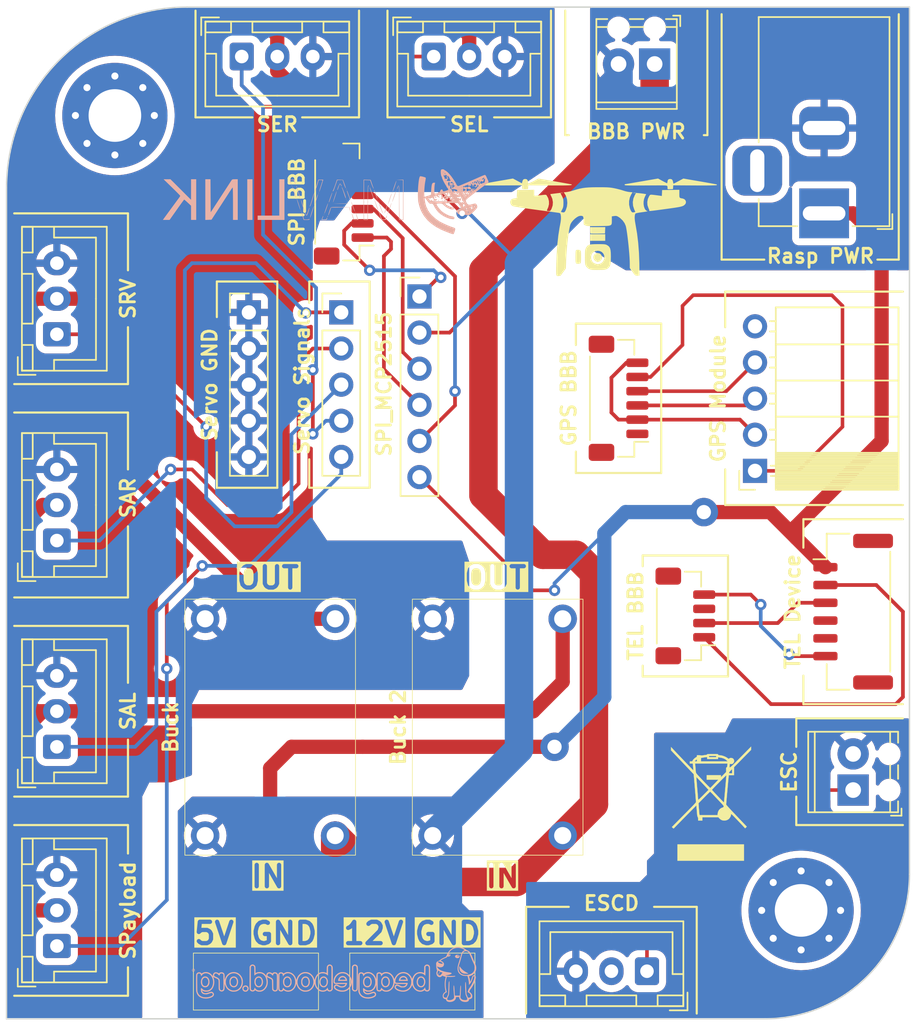
<source format=kicad_pcb>
(kicad_pcb (version 20221018) (generator pcbnew)
  (layers (0 "F.Cu" signal) (31 "B.Cu" signal) (34 "B.Paste" user) (35 "F.Paste" user) (36 "B.SilkS" user "B.Silkscreen") (37 "F.SilkS" user "F.Silkscreen") (38 "B.Mask" user) (39 "F.Mask" user) (44 "Edge.Cuts" user))
  (net 0 "")
  (net 1 "+5V")
  (net 2 "GND")
  (net 3 "+12V")
  (net 4 "SP")
  (net 5 "6V-2")
  (net 6 "GNDA")
  (net 7 "SEH")
  (net 8 "6V-1")
  (net 9 "SRV")
  (net 10 "SAR")
  (net 11 "SAL")
  (net 12 "TEL-TX")
  (net 13 "TEL-RX")
  (net 15 "GND2")
  (net 16 "GPS-VCC")
  (net 17 "GND1")
  (net 18 "GPS-TX")
  (net 19 "GPS-RX")
  (net 22 "ESC-SIG")
  (net 23 "ESC-GND")
  (net 27 "CS")
  (net 28 "SCK")
  (net 29 "MISO")
  (net 30 "MOSI")
  (footprint "Connector_JST:JST_XH_B3B-XH-A_1x03_P2.50mm_Vertical" (layer "F.Cu") (at 128 115.5 90)
    (fp_text reference "SAL" (at 2.5 5 90) (layer "F.SilkS" knockout) (effects (font (thickness 0.2) bold)))
    (fp_text value "Servo-Annulus-Left" hide)
    (pad "1" thru_hole roundrect (at 0 0 90) (size 1.7 1.95) (drill 0.95) (layers "*.Cu" "*.Mask") (roundrect_rratio 0.1470588235) (net 11 "SAL"))
    (pad "2" thru_hole oval (at 2.5 0 90) (size 1.7 1.95) (drill 0.95) (layers "*.Cu" "*.Mask") (net 5 "6V-2"))
    (pad "3" thru_hole oval (at 5 0 90) (size 1.7 1.95) (drill 0.95) (layers "*.Cu" "*.Mask") (net 6 "GNDA"))
  )
  (footprint "MountingHole:MountingHole_3.7mm_Pad_Via" (layer "F.Cu") (at 180.34 127)
    (fp_text reference "REF**" hide)
    (fp_text value "MountingHole_3.7mm_Pad_Via" hide)
    (pad "1" thru_hole circle (at -2.775 0) (size 0.8 0.8) (drill 0.5) (layers "*.Cu" "*.Mask"))
    (pad "1" thru_hole circle (at -1.962221 -1.962221) (size 0.8 0.8) (drill 0.5) (layers "*.Cu" "*.Mask"))
    (pad "1" thru_hole circle (at -1.962221 1.962221) (size 0.8 0.8) (drill 0.5) (layers "*.Cu" "*.Mask"))
    (pad "1" thru_hole circle (at 0 -2.775) (size 0.8 0.8) (drill 0.5) (layers "*.Cu" "*.Mask"))
    (pad "1" thru_hole circle (at 0 0) (size 7.4 7.4) (drill 3.7) (layers "*.Cu" "*.Mask"))
    (pad "1" thru_hole circle (at 0 2.775) (size 0.8 0.8) (drill 0.5) (layers "*.Cu" "*.Mask"))
    (pad "1" thru_hole circle (at 1.962221 -1.962221) (size 0.8 0.8) (drill 0.5) (layers "*.Cu" "*.Mask"))
    (pad "1" thru_hole circle (at 1.962221 1.962221) (size 0.8 0.8) (drill 0.5) (layers "*.Cu" "*.Mask"))
    (pad "1" thru_hole circle (at 2.775 0) (size 0.8 0.8) (drill 0.5) (layers "*.Cu" "*.Mask"))
  )
  (footprint "Connector_JST:JST_SH_BM06B-SRSS-TB_1x06-1MP_P1.00mm_Vertical" (layer "F.Cu") (at 167.5 91 90)
    (fp_text reference "GPS BBB" (at 0 -3.5 90) (layer "F.SilkS" knockout) (effects (font (thickness 0.2) bold)))
    (fp_text value "JST-SH 1mm GPS-BBB" hide)
    (pad "1" smd roundrect (at -2.5 1.325 90) (size 0.6 1.55) (layers "F.Cu" "F.Paste" "F.Mask"))
    (pad "2" smd roundrect (at -1.5 1.325 90) (size 0.6 1.55) (layers "F.Cu" "F.Paste" "F.Mask") (net 17 "GND1"))
    (pad "3" smd roundrect (at -0.5 1.325 90) (size 0.6 1.55) (layers "F.Cu" "F.Paste" "F.Mask") (net 18 "GPS-TX"))
    (pad "4" smd roundrect (at 0.5 1.325 90) (size 0.6 1.55) (layers "F.Cu" "F.Paste" "F.Mask") (net 19 "GPS-RX"))
    (pad "5" smd roundrect (at 1.5 1.325 90) (size 0.6 1.55) (layers "F.Cu" "F.Paste" "F.Mask") (net 16 "GPS-VCC"))
    (pad "6" smd roundrect (at 2.5 1.325 90) (size 0.6 1.55) (layers "F.Cu" "F.Paste" "F.Mask") (net 17 "GND1"))
    (pad "MP" smd roundrect (at -3.8 -1.2 90) (size 1.2 1.8) (layers "F.Cu" "F.Paste" "F.Mask") (roundrect_rratio 0.2083333333))
    (pad "MP" smd roundrect (at 3.8 -1.2 90) (size 1.2 1.8) (layers "F.Cu" "F.Paste" "F.Mask") (roundrect_rratio 0.2083333333))
  )
  (footprint "Buck_Converter:mini_360" (layer "F.Cu") (at 143 114.12 90)
    (fp_text reference "Buck" (at 0 -7 90 unlocked) (layer "F.SilkS" knockout) (effects (font (thickness 0.2) bold)))
    (fp_text value "~" hide)
    (pad "1" thru_hole circle (at -7.62 4.572 90) (size 2 2) (drill 1.2) (layers "*.Cu" "*.Mask") (net 3 "+12V"))
    (pad "2" thru_hole circle (at -7.62 -4.572 90) (size 2 2) (drill 1.2) (layers "*.Cu" "*.Mask") (net 2 "GND"))
    (pad "3" thru_hole circle (at 7.62 4.572 90) (size 2 2) (drill 1.2) (layers "*.Cu" "*.Mask") (net 8 "6V-1"))
    (pad "4" thru_hole circle (at 7.62 -4.572 90) (size 2 2) (drill 1.2) (layers "*.Cu" "*.Mask") (net 6 "GNDA"))
  )
  (footprint "UAV:UAV" (layer "F.Cu") (at 166 79)
    (fp_text reference "G***" hide)
    (fp_text value "LOGO" hide)
  )
  (footprint "Connector_PinHeader_2.54mm:PinHeader_1x06_P2.54mm_Vertical" (layer "F.Cu") (at 153.5 83.84)
    (fp_text reference "SPI_MCP2515" (at -2.5 6.16 90) (layer "F.SilkS" knockout) (effects (font (thickness 0.2) bold)))
    (fp_text value "SPI_MCP2515" hide)
    (pad "1" thru_hole rect (at 0 0) (size 1.7 1.7) (drill 1) (layers "*.Cu" "*.Mask") (net 28 "SCK"))
    (pad "2" thru_hole oval (at 0 2.54) (size 1.7 1.7) (drill 1) (layers "*.Cu" "*.Mask") (net 30 "MOSI"))
    (pad "3" thru_hole oval (at 0 5.08) (size 1.7 1.7) (drill 1) (layers "*.Cu" "*.Mask") (net 29 "MISO"))
    (pad "4" thru_hole oval (at 0 7.62) (size 1.7 1.7) (drill 1) (layers "*.Cu" "*.Mask") (net 27 "CS"))
    (pad "5" thru_hole oval (at 0 10.16) (size 1.7 1.7) (drill 1) (layers "*.Cu" "*.Mask") (net 2 "GND"))
    (pad "6" thru_hole oval (at 0 12.7) (size 1.7 1.7) (drill 1) (layers "*.Cu" "*.Mask") (net 1 "+5V"))
  )
  (footprint "Connector_JST:JST_XH_B3B-XH-A_1x03_P2.50mm_Vertical" (layer "F.Cu") (at 154.5 66.975)
    (fp_text reference "SEL" (at 2.5 4.775) (layer "F.SilkS" knockout) (effects (font (thickness 0.2) bold)))
    (fp_text value "Servo-Elevator-Left" hide)
    (pad "1" thru_hole roundrect (at 0 0) (size 1.7 1.95) (drill 0.95) (layers "*.Cu" "*.Mask") (roundrect_rratio 0.1470588235) (net 7 "SEH"))
    (pad "2" thru_hole oval (at 2.5 0) (size 1.7 1.95) (drill 0.95) (layers "*.Cu" "*.Mask") (net 8 "6V-1"))
    (pad "3" thru_hole oval (at 5 0) (size 1.7 1.95) (drill 0.95) (layers "*.Cu" "*.Mask") (net 6 "GNDA"))
  )
  (footprint "TerminalBlock_Phoenix:TerminalBlock_Phoenix_MPT-0,5-2-2.54_1x02_P2.54mm_Horizontal" (layer "F.Cu") (at 170.04 67.5 180)
    (fp_text reference "BBB PWR" (at 1.29 -4.75 180) (layer "F.SilkS" knockout) (effects (font (thickness 0.2) bold)))
    (fp_text value "Beagle PWR" hide)
    (pad "" np_thru_hole circle (at 0 2.54 180) (size 1.1 1.1) (drill 1.1) (layers "*.Cu" "*.Mask"))
    (pad "" np_thru_hole circle (at 2.54 2.54 180) (size 1.1 1.1) (drill 1.1) (layers "*.Cu" "*.Mask"))
    (pad "1" thru_hole rect (at 0 0 180) (size 2.2 2.2) (drill 1.1) (layers "*.Cu" "*.Mask") (net 3 "+12V"))
    (pad "2" thru_hole circle (at 2.54 0 180) (size 2.2 2.2) (drill 1.1) (layers "*.Cu" "*.Mask") (net 2 "GND"))
  )
  (footprint "Connector_PinSocket_2.54mm:PinSocket_1x05_P2.54mm_Horizontal" (layer "F.Cu") (at 177.1 96.1 180)
    (fp_text reference "GPS Module" (at 2.6 5.1 90) (layer "F.SilkS" knockout) (effects (font (thickness 0.2) bold)))
    (fp_text value "JST 2.5mm GPS Module" hide)
    (pad "1" thru_hole rect (at 0 0 180) (size 1.7 1.7) (drill 1) (layers "*.Cu" "*.Mask") (net 16 "GPS-VCC"))
    (pad "2" thru_hole oval (at 0 2.54 180) (size 1.7 1.7) (drill 1) (layers "*.Cu" "*.Mask") (net 17 "GND1"))
    (pad "3" thru_hole oval (at 0 5.08 180) (size 1.7 1.7) (drill 1) (layers "*.Cu" "*.Mask") (net 18 "GPS-TX"))
    (pad "4" thru_hole oval (at 0 7.62 180) (size 1.7 1.7) (drill 1) (layers "*.Cu" "*.Mask") (net 19 "GPS-RX"))
    (pad "5" thru_hole oval (at 0 10.16 180) (size 1.7 1.7) (drill 1) (layers "*.Cu" "*.Mask"))
  )
  (footprint "Connector_JST:JST_SH_BM06B-SRSS-TB_1x06-1MP_P1.00mm_Vertical" (layer "F.Cu") (at 148.175 77.2 90)
    (fp_text reference "SPI_BBB" (at 0 -3.3 90) (layer "F.SilkS" knockout) (effects (font (thickness 0.2) bold)))
    (fp_text value "SPI_BBB" hide)
    (pad "1" smd roundrect (at -2.5 1.325 90) (size 0.6 1.55) (layers "F.Cu" "F.Paste" "F.Mask") (net 27 "CS"))
    (pad "2" smd roundrect (at -1.5 1.325 90) (size 0.6 1.55) (layers "F.Cu" "F.Paste" "F.Mask") (net 28 "SCK"))
    (pad "3" smd roundrect (at -0.5 1.325 90) (size 0.6 1.55) (layers "F.Cu" "F.Paste" "F.Mask") (net 29 "MISO"))
    (pad "4" smd roundrect (at 0.5 1.325 90) (size 0.6 1.55) (layers "F.Cu" "F.Paste" "F.Mask") (net 30 "MOSI"))
    (pad "5" smd roundrect (at 1.5 1.325 90) (size 0.6 1.55) (layers "F.Cu" "F.Paste" "F.Mask"))
    (pad "6" smd roundrect (at 2.5 1.325 90) (size 0.6 1.55) (layers "F.Cu" "F.Paste" "F.Mask") (net 2 "GND"))
    (pad "MP" smd roundrect (at -3.8 -1.2 90) (size 1.2 1.8) (layers "F.Cu" "F.Paste" "F.Mask") (roundrect_rratio 0.2083333333))
    (pad "MP" smd roundrect (at 3.8 -1.2 90) (size 1.2 1.8) (layers "F.Cu" "F.Paste" "F.Mask") (roundrect_rratio 0.2083333333))
  )
  (footprint "Symbol:WEEE-Logo_5.6x8mm_SilkScreen" (layer "F.Cu") (at 174 119.5)
    (fp_text reference "REF**" hide)
    (fp_text value "WEEE-Logo_5.6x8mm_SilkScreen" hide)
  )
  (footprint "MountingHole:MountingHole_3.7mm_Pad_Via" (layer "F.Cu") (at 132.08 71.12)
    (fp_text reference "REF**" hide)
    (fp_text value "MountingHole_3.7mm_Pad_Via" hide)
    (pad "1" thru_hole circle (at -2.775 0) (size 0.8 0.8) (drill 0.5) (layers "*.Cu" "*.Mask"))
    (pad "1" thru_hole circle (at -1.962221 -1.962221) (size 0.8 0.8) (drill 0.5) (layers "*.Cu" "*.Mask"))
    (pad "1" thru_hole circle (at -1.962221 1.962221) (size 0.8 0.8) (drill 0.5) (layers "*.Cu" "*.Mask"))
    (pad "1" thru_hole circle (at 0 -2.775) (size 0.8 0.8) (drill 0.5) (layers "*.Cu" "*.Mask"))
    (pad "1" thru_hole circle (at 0 0) (size 7.4 7.4) (drill 3.7) (layers "*.Cu" "*.Mask"))
    (pad "1" thru_hole circle (at 0 2.775) (size 0.8 0.8) (drill 0.5) (layers "*.Cu" "*.Mask"))
    (pad "1" thru_hole circle (at 1.962221 -1.962221) (size 0.8 0.8) (drill 0.5) (layers "*.Cu" "*.Mask"))
    (pad "1" thru_hole circle (at 1.962221 1.962221) (size 0.8 0.8) (drill 0.5) (layers "*.Cu" "*.Mask"))
    (pad "1" thru_hole circle (at 2.775 0) (size 0.8 0.8) (drill 0.5) (layers "*.Cu" "*.Mask"))
  )
  (footprint "Connector_JST:JST_GH_BM06B-GHS-TBT_1x06-1MP_P1.25mm_Vertical" (layer "F.Cu") (at 184 106 -90)
    (fp_text reference "TEL Device" (at 0 4.25 90) (layer "F.SilkS" knockout) (effects (font (thickness 0.2) bold)))
    (fp_text value "TEL-Device" hide)
    (pad "1" smd roundrect (at -3.125 1.95 270) (size 0.6 1.7) (layers "F.Cu" "F.Paste" "F.Mask") (net 1 "+5V"))
    (pad "2" smd roundrect (at -1.875 1.95 270) (size 0.6 1.7) (layers "F.Cu" "F.Paste" "F.Mask") (net 12 "TEL-TX"))
    (pad "3" smd roundrect (at -0.625 1.95 270) (size 0.6 1.7) (layers "F.Cu" "F.Paste" "F.Mask") (net 13 "TEL-RX"))
    (pad "4" smd roundrect (at 0.625 1.95 270) (size 0.6 1.7) (layers "F.Cu" "F.Paste" "F.Mask"))
    (pad "5" smd roundrect (at 1.875 1.95 270) (size 0.6 1.7) (layers "F.Cu" "F.Paste" "F.Mask"))
    (pad "6" smd roundrect (at 3.125 1.95 270) (size 0.6 1.7) (layers "F.Cu" "F.Paste" "F.Mask") (net 15 "GND2"))
    (pad "MP" smd roundrect (at -4.975 -1.4 270) (size 1 2.8) (layers "F.Cu" "F.Paste" "F.Mask"))
    (pad "MP" smd roundrect (at 4.975 -1.4 270) (size 1 2.8) (layers "F.Cu" "F.Paste" "F.Mask"))
  )
  (footprint "Connector_BarrelJack:BarrelJack_Horizontal" (layer "F.Cu") (at 181.9575 78 -90)
    (fp_text reference "Rasp PWR" (at 3 0.25) (layer "F.SilkS" knockout) (effects (font (thickness 0.2) bold)))
    (fp_text value "Raspberry PWR" hide)
    (pad "1" thru_hole rect (at 0 0 270) (size 3.5 3.5) (drill oval 1 3) (layers "*.Cu" "*.Mask") (net 1 "+5V"))
    (pad "2" thru_hole roundrect (at -6 0 270) (size 3 3.5) (drill oval 1 3) (layers "*.Cu" "*.Mask") (net 2 "GND"))
    (pad "3" thru_hole roundrect (at -3 4.7 270) (size 3.5 3.5) (drill oval 3 1) (layers "*.Cu" "*.Mask"))
  )
  (footprint "Connector_JST:JST_XH_B3B-XH-A_1x03_P2.50mm_Vertical" (layer "F.Cu") (at 169.5 131.275 180)
    (fp_text reference "ESCD" (at 2.5 4.775) (layer "F.SilkS" knockout) (effects (font (thickness 0.2) bold)))
    (fp_text value "ESC-Device" hide)
    (pad "1" thru_hole roundrect (at 0 0 180) (size 1.7 1.95) (drill 0.95) (layers "*.Cu" "*.Mask") (roundrect_rratio 0.1470588235) (net 22 "ESC-SIG"))
    (pad "2" thru_hole oval (at 2.5 0 180) (size 1.7 1.95) (drill 0.95) (layers "*.Cu" "*.Mask"))
    (pad "3" thru_hole oval (at 5 0 180) (size 1.7 1.95) (drill 0.95) (layers "*.Cu" "*.Mask") (net 23 "ESC-GND"))
  )
  (footprint "TerminalBlock_Phoenix:TerminalBlock_Phoenix_MPT-0,5-2-2.54_1x02_P2.54mm_Horizontal" (layer "F.Cu") (at 184 118.54 90)
    (fp_text reference "ESC" (at 1.27 -4.5 90) (layer "F.SilkS" knockout) (effects (font (thickness 0.2) bold)))
    (fp_text value "STM32-ESC-SIGNAL" hide)
    (pad "" np_thru_hole circle (at 0 2.54 90) (size 1.1 1.1) (drill 1.1) (layers "*.Cu" "*.Mask"))
    (pad "" np_thru_hole circle (at 2.54 2.54 90) (size 1.1 1.1) (drill 1.1) (layers "*.Cu" "*.Mask"))
    (pad "1" thru_hole rect (at 0 0 90) (size 2.2 2.2) (drill 1.1) (layers "*.Cu" "*.Mask") (net 22 "ESC-SIG"))
    (pad "2" thru_hole circle (at 2.54 0 90) (size 2.2 2.2) (drill 1.1) (layers "*.Cu" "*.Mask") (net 23 "ESC-GND"))
  )
  (footprint "Connector_PinHeader_2.54mm:PinHeader_1x05_P2.54mm_Vertical" (layer "F.Cu") (at 141.5 84.96)
    (fp_text reference "Servo GND" (at -2.75 5.08 90) (layer "F.SilkS" knockout) (effects (font (thickness 0.2) bold)))
    (fp_text value "Servo-GND-IN" hide)
    (pad "1" thru_hole rect (at 0 0) (size 1.7 1.7) (drill 1) (layers "*.Cu" "*.Mask") (net 6 "GNDA"))
    (pad "2" thru_hole oval (at 0 2.54) (size 1.7 1.7) (drill 1) (layers "*.Cu" "*.Mask") (net 6 "GNDA"))
    (pad "3" thru_hole oval (at 0 5.08) (size 1.7 1.7) (drill 1) (layers "*.Cu" "*.Mask") (net 6 "GNDA"))
    (pad "4" thru_hole oval (at 0 7.62) (size 1.7 1.7) (drill 1) (layers "*.Cu" "*.Mask") (net 6 "GNDA"))
    (pad "5" thru_hole oval (at 0 10.16) (size 1.7 1.7) (drill 1) (layers "*.Cu" "*.Mask") (net 6 "GNDA"))
  )
  (footprint "PWR:PWR_Pad" (layer "F.Cu") (at 153 132)
    (fp_text reference "J4" hide)
    (fp_text value "+12V Input" hide)
    (pad "1" smd roundrect (at -2.54 0) (size 3 3) (layers "F.Cu" "F.Paste" "F.Mask") (net 3 "+12V"))
    (pad "2" smd roundrect (at 2.54 0) (size 3 3) (layers "F.Cu" "F.Paste" "F.Mask") (net 2 "GND"))
  )
  (footprint "PWR:PWR_Pad" (layer "F.Cu") (at 142 132)
    (fp_text reference "J3" hide)
    (fp_text value "+5V Input" hide)
    (pad "1" smd roundrect (at -2.54 0) (size 3 3) (layers "F.Cu" "F.Paste" "F.Mask") (net 1 "+5V"))
    (pad "2" smd roundrect (at 2.54 0) (size 3 3) (layers "F.Cu" "F.Paste" "F.Mask") (net 2 "GND"))
  )
  (footprint "Connector_JST:JST_SH_BM04B-SRSS-TB_1x04-1MP_P1.00mm_Vertical" (layer "F.Cu") (at 172.2 106.3 90)
    (fp_text reference "TEL BBB" (at 0 -3.5 90) (layer "F.SilkS" knockout) (effects (font (thickness 0.2) bold)))
    (fp_text value "TEL-BBB JST-SH 1mm" hide)
    (pad "1" smd roundrect (at -1.5 1.325 90) (size 0.6 1.55) (layers "F.Cu" "F.Paste" "F.Mask") (net 12 "TEL-TX"))
    (pad "2" smd roundrect (at -0.5 1.325 90) (size 0.6 1.55) (layers "F.Cu" "F.Paste" "F.Mask") (net 13 "TEL-RX"))
    (pad "3" smd roundrect (at 0.5 1.325 90) (size 0.6 1.55) (layers "F.Cu" "F.Paste" "F.Mask"))
    (pad "4" smd roundrect (at 1.5 1.325 90) (size 0.6 1.55) (layers "F.Cu" "F.Paste" "F.Mask") (net 15 "GND2"))
    (pad "MP" smd roundrect (at -2.8 -1.2 90) (size 1.2 1.8) (layers "F.Cu" "F.Paste" "F.Mask") (roundrect_rratio 0.2083333333))
    (pad "MP" smd roundrect (at 2.8 -1.2 90) (size 1.2 1.8) (layers "F.Cu" "F.Paste" "F.Mask") (roundrect_rratio 0.2083333333))
  )
  (footprint "Connector_JST:JST_XH_B3B-XH-A_1x03_P2.50mm_Vertical" (layer "F.Cu") (at 128 101 90)
    (fp_text reference "SAR" (at 3 5 90) (layer "F.SilkS" knockout) (effects (font (thickness 0.2) bold)))
    (fp_text value "Servo-Annulus-Right" hide)
    (pad "1" thru_hole roundrect (at 0 0 90) (size 1.7 1.95) (drill 0.95) (layers "*.Cu" "*.Mask") (roundrect_rratio 0.1470588235) (net 10 "SAR"))
    (pad "2" thru_hole oval (at 2.5 0 90) (size 1.7 1.95) (drill 0.95) (layers "*.Cu" "*.Mask") (net 5 "6V-2"))
    (pad "3" thru_hole oval (at 5 0 90) (size 1.7 1.95) (drill 0.95) (layers "*.Cu" "*.Mask") (net 6 "GNDA"))
  )
  (footprint "Connector_JST:JST_XH_B3B-XH-A_1x03_P2.50mm_Vertical" (layer "F.Cu") (at 128 129.5 90)
    (fp_text reference "SPayload" (at 2.5 5 90) (layer "F.SilkS" knockout) (effects (font (thickness 0.2) bold)))
    (fp_text value "Servo-Payload" hide)
    (pad "1" thru_hole roundrect (at 0 0 90) (size 1.7 1.95) (drill 0.95) (layers "*.Cu" "*.Mask") (roundrect_rratio 0.1470588235) (net 4 "SP"))
    (pad "2" thru_hole oval (at 2.5 0 90) (size 1.7 1.95) (drill 0.95) (layers "*.Cu" "*.Mask") (net 5 "6V-2"))
    (pad "3" thru_hole oval (at 5 0 90) (size 1.7 1.95) (drill 0.95) (layers "*.Cu" "*.Mask") (net 6 "GNDA"))
  )
  (footprint "Buck_Converter:mini_360" (layer "F.Cu") (at 159 114.12 90)
    (fp_text reference "Buck 2" (at 0 -7 90 unlocked) (layer "F.SilkS" knockout) (effects (font (thickness 0.2) bold)))
    (fp_text value "~" hide)
    (pad "1" thru_hole circle (at -7.62 4.572 90) (size 2 2) (drill 1.2) (layers "*.Cu" "*.Mask") (net 3 "+12V"))
    (pad "2" thru_hole circle (at -7.62 -4.572 90) (size 2 2) (drill 1.2) (layers "*.Cu" "*.Mask") (net 2 "GND"))
    (pad "3" thru_hole circle (at 7.62 4.572 90) (size 2 2) (drill 1.2) (layers "*.Cu" "*.Mask") (net 5 "6V-2"))
    (pad "4" thru_hole circle (at 7.62 -4.572 90) (size 2 2) (drill 1.2) (layers "*.Cu" "*.Mask") (net 6 "GNDA"))
  )
  (footprint "Connector_JST:JST_XH_B3B-XH-A_1x03_P2.50mm_Vertical" (layer "F.Cu") (at 141 66.975)
    (fp_text reference "SER" (at 2.5 4.775) (layer "F.SilkS" knockout) (effects (font (thickness 0.2) bold)))
    (fp_text value "Servo-Elevator-Right" hide)
    (pad "1" thru_hole roundrect (at 0 0) (size 1.7 1.95) (drill 0.95) (layers "*.Cu" "*.Mask") (roundrect_rratio 0.1470588235) (net 7 "SEH"))
    (pad "2" thru_hole oval (at 2.5 0) (size 1.7 1.95) (drill 0.95) (layers "*.Cu" "*.Mask") (net 8 "6V-1"))
    (pad "3" thru_hole oval (at 5 0) (size 1.7 1.95) (drill 0.95) (layers "*.Cu" "*.Mask") (net 6 "GNDA"))
  )
  (footprint "Connector_JST:JST_XH_B3B-XH-A_1x03_P2.50mm_Vertical" (layer "F.Cu") (at 128 86.5 90)
    (fp_text reference "SRV" (at 2.5 5 90) (layer "F.SilkS" knockout) (effects (font (thickness 0.2) bold)))
    (fp_text value "Servo-Rudder-Vertical" hide)
    (pad "1" thru_hole roundrect (at 0 0 90) (size 1.7 1.95) (drill 0.95) (layers "*.Cu" "*.Mask") (roundrect_rratio 0.1470588235) (net 9 "SRV"))
    (pad "2" thru_hole oval (at 2.5 0 90) (size 1.7 1.95) (drill 0.95) (layers "*.Cu" "*.Mask") (net 8 "6V-1"))
    (pad "3" thru_hole oval (at 5 0 90) (size 1.7 1.95) (drill 0.95) (layers "*.Cu" "*.Mask") (net 6 "GNDA"))
  )
  (footprint "Connector_PinHeader_2.54mm:PinHeader_1x05_P2.54mm_Vertical" (layer "F.Cu") (at 148 84.96)
    (fp_text reference "Servo Signals" (at -2.75 4.83 90) (layer "F.SilkS" knockout) (effects (font (thickness 0.2) bold)))
    (fp_text value "Servo-Signals-IN" hide)
    (pad "1" thru_hole rect (at 0 0) (size 1.7 1.7) (drill 1) (layers "*.Cu" "*.Mask") (net 11 "SAL"))
    (pad "2" thru_hole oval (at 0 2.54) (size 1.7 1.7) (drill 1) (layers "*.Cu" "*.Mask") (net 10 "SAR"))
    (pad "3" thru_hole oval (at 0 5.08) (size 1.7 1.7) (drill 1) (layers "*.Cu" "*.Mask") (net 9 "SRV"))
    (pad "4" thru_hole oval (at 0 7.62) (size 1.7 1.7) (drill 1) (layers "*.Cu" "*.Mask") (net 7 "SEH"))
    (pad "5" thru_hole oval (at 0 10.16) (size 1.7 1.7) (drill 1) (layers "*.Cu" "*.Mask") (net 4 "SP"))
  )
  (footprint "UAV:BBB" (layer "B.Cu") (at 147.5 131.5 180)
    (fp_text reference "G***" hide)
    (fp_text value "LOGO" hide)
  )
  (footprint "UAV:Mavlink" (layer "B.Cu") (at 146.5 77 180)
    (fp_text reference "G***" hide)
    (fp_text value "LOGO" hide)
  )
  (gr_line (start 133 115) (end 133 119) (stroke (width 0.15)) (layer "F.SilkS"))
  (gr_line (start 137.75 71.25) (end 137.75 63.75) (stroke (width 0.15)) (layer "F.SilkS"))
  (gr_line (start 133 131) (end 133 133) (stroke (width 0.15)) (layer "F.SilkS"))
  (gr_line (start 177.75 81.25) (end 174.75 81.25) (stroke (width 0.15)) (layer "F.SilkS"))
  (gr_line (start 162.75 71.25) (end 162.75 63.75) (stroke (width 0.15)) (layer "F.SilkS"))
  (gr_line (start 133 86) (end 133 90) (stroke (width 0.15)) (layer "F.SilkS"))
  (gr_line (start 175 83.5) (end 187.5 83.5) (stroke (width 0.15)) (layer "F.SilkS"))
  (gr_line (start 187.5 121) (end 180 121) (stroke (width 0.15)) (layer "F.SilkS"))
  (gr_line (start 139.25 97.29) (end 143.5 97.29) (stroke (width 0.15)) (layer "F.SilkS"))
  (gr_line (start 170.5 96.25) (end 170.5 85.75) (stroke (width 0.15)) (layer "F.SilkS"))
  (gr_line (start 169.2 110.55) (end 175.2 110.55) (stroke (width 0.15)) (layer "F.SilkS"))
  (gr_line (start 170 126.75) (end 173 126.75) (stroke (width 0.15)) (layer "F.SilkS"))
  (gr_line (start 187.5 112.5) (end 180.5 112.5) (stroke (width 0.15)) (layer "F.SilkS"))
  (gr_line (start 145.25 71.25) (end 149.25 71.25) (stroke (width 0.15)) (layer "F.SilkS"))
  (gr_line (start 145.75 82.79) (end 145.75 84.29) (stroke (width 0.15)) (layer "F.SilkS"))
  (gr_line (start 164.5 94.75) (end 164.5 96.25) (stroke (width 0.15)) (layer "F.SilkS"))
  (gr_line (start 133 78) (end 133 82) (stroke (width 0.15)) (layer "F.SilkS"))
  (gr_line (start 133 107) (end 133 111) (stroke (width 0.15)) (layer "F.SilkS"))
  (gr_line (start 125 121) (end 133 121) (stroke (width 0.15)) (layer "F.SilkS"))
  (gr_line (start 133 105) (end 125 105) (stroke (width 0.15)) (layer "F.SilkS"))
  (gr_line (start 158.75 71.25) (end 162.75 71.25) (stroke (width 0.15)) (layer "F.SilkS"))
  (gr_line (start 151.25 71.25) (end 155.25 71.25) (stroke (width 0.15)) (layer "F.SilkS"))
  (gr_line (start 150 97.29) (end 150 82.79) (stroke (width 0.15)) (layer "F.SilkS"))
  (gr_line (start 133 119) (end 125 119) (stroke (width 0.15)) (layer "F.SilkS"))
  (gr_line (start 180.5 112.5) (end 180.5 110.5) (stroke (width 0.15)) (layer "F.SilkS"))
  (gr_line (start 180.5 99.5) (end 187.5 99.5) (stroke (width 0.15)) (layer "F.SilkS"))
  (gr_line (start 175.2 110.55) (end 175.2 102.05) (stroke (width 0.15)) (layer "F.SilkS"))
  (gr_line (start 145.75 97.29) (end 150 97.29) (stroke (width 0.15)) (layer "F.SilkS"))
  (gr_line (start 174.75 81.25) (end 174.75 64) (stroke (width 0.15)) (layer "F.SilkS"))
  (gr_line (start 139.25 82.79) (end 139.25 85.29) (stroke (width 0.15)) (layer "F.SilkS"))
  (gr_line (start 161 126.75) (end 161 134.25) (stroke (width 0.15)) (layer "F.SilkS"))
  (gr_line (start 133 90) (end 125 90) (stroke (width 0.15)) (layer "F.SilkS"))
  (gr_line (start 180 121) (end 180 119) (stroke (width 0.15)) (layer "F.SilkS"))
  (gr_line (start 133 121) (end 133 123) (stroke (width 0.15)) (layer "F.SilkS"))
  (gr_line (start 173 126.75) (end 173 134.25) (stroke (width 0.15)) (layer "F.SilkS"))
  (gr_line (start 180 113.5) (end 187.5 113.5) (stroke (width 0.15)) (layer "F.SilkS"))
  (gr_line (start 133 100) (end 133 105) (stroke (width 0.15)) (layer "F.SilkS"))
  (gr_line (start 125 78) (end 133 78) (stroke (width 0.15)) (layer "F.SilkS"))
  (gr_line (start 173.5 72.5) (end 173.75 72.5) (stroke (width 0.15)) (layer "F.SilkS"))
  (gr_line (start 125 92) (end 133 92) (stroke (width 0.15)) (layer "F.SilkS"))
  (gr_line (start 139.25 94.79) (end 139.25 97.29) (stroke (width 0.15)) (layer "F.SilkS"))
  (gr_line (start 180.5 101.5) (end 180.5 99.5) (stroke (width 0.15)) (layer "F.SilkS"))
  (gr_line (start 145.75 95.29) (end 145.75 97.29) (stroke (width 0.15)) (layer "F.SilkS"))
  (gr_line (start 185.7075 81.25) (end 187.2075 81.25) (stroke (width 0.15)) (layer "F.SilkS"))
  (gr_line (start 175.2 102.05) (end 169.2 102.05) (stroke (width 0.15)) (layer "F.SilkS"))
  (gr_line (start 170.5 85.75) (end 164.5 85.75) (stroke (width 0.15)) (layer "F.SilkS"))
  (gr_line (start 175 98.5) (end 175 96) (stroke (width 0.15)) (layer "F.SilkS"))
  (gr_line (start 164 72.5) (end 163.75 72.5) (stroke (width 0.15)) (layer "F.SilkS"))
  (gr_line (start 163.75 72.5) (end 163.75 63.75) (stroke (width 0.15)) (layer "F.SilkS"))
  (gr_line (start 187.5 98.5) (end 175 98.5) (stroke (width 0.15)) (layer "F.SilkS"))
  (gr_line (start 187.2075 81.25) (end 187.2075 64) (stroke (width 0.15)) (layer "F.SilkS"))
  (gr_line (start 150 82.79) (end 145.75 82.79) (stroke (width 0.15)) (layer "F.SilkS"))
  (gr_line (start 164 126.75) (end 161 126.75) (stroke (width 0.15)) (layer "F.SilkS"))
  (gr_line (start 125 107) (end 133 107) (stroke (width 0.15)) (layer "F.SilkS"))
  (gr_line (start 175 86) (end 175 83.5) (stroke (width 0.15)) (layer "F.SilkS"))
  (gr_line (start 149.25 71.25) (end 149.25 63.75) (stroke (width 0.15)) (layer "F.SilkS"))
  (gr_line (start 164.5 85.75) (end 164.5 87.25) (stroke (width 0.15)) (layer "F.SilkS"))
  (gr_line (start 173.75 72.5) (end 173.75 63.75) (stroke (width 0.15)) (layer "F.SilkS"))
  (gr_line (start 164.5 96.25) (end 170.5 96.25) (stroke (width 0.15)) (layer "F.SilkS"))
  (gr_line (start 143.5 97.29) (end 143.5 82.79) (stroke (width 0.15)) (layer "F.SilkS"))
  (gr_line (start 143.5 82.79) (end 139.25 82.79) (stroke (width 0.15)) (layer "F.SilkS"))
  (gr_line (start 141.75 71.25) (end 137.75 71.25) (stroke (width 0.15)) (layer "F.SilkS"))
  (gr_line (start 133 92) (end 133 96) (stroke (width 0.15)) (layer "F.SilkS"))
  (gr_line (start 180 115.5) (end 180 113.5) (stroke (width 0.15)) (layer "F.SilkS"))
  (gr_line (start 133 133) (end 125 133) (stroke (width 0.15)) (layer "F.SilkS"))
  (gr_line (start 151.25 63.75) (end 151.25 71.25) (stroke (width 0.15)) (layer "F.SilkS"))
  (gr_line (start 169.2 109.8) (end 169.2 110.55) (stroke (width 0.15)) (layer "F.SilkS"))
  (gr_line (start 169.2 102.05) (end 169.2 102.8) (stroke (width 0.15)) (layer "F.SilkS"))
  (gr_arc (start 124.46 76.2) (mid 128.179744 67.219744) (end 137.16 63.5) (stroke (width 0.1)) (layer "Edge.Cuts"))
  (gr_line (start 187.96 63.5) (end 137.16 63.5) (stroke (width 0.1)) (layer "Edge.Cuts"))
  (gr_line (start 124.46 76.2) (end 124.46 134.62) (stroke (width 0.1)) (layer "Edge.Cuts"))
  (gr_arc (start 187.96 124.46) (mid 184.984205 131.644205) (end 177.8 134.62) (stroke (width 0.1)) (layer "Edge.Cuts"))
  (gr_line (start 187.96 124.46) (end 187.96 63.5) (stroke (width 0.1)) (layer "Edge.Cuts"))
  (gr_line (start 124.46 134.62) (end 177.8 134.62) (stroke (width 0.1)) (layer "Edge.Cuts"))
  (gr_text "GND" (at 141.5 129.5) (layer "F.SilkS" knockout) (effects (font (size 1.5 1.5) (thickness 0.3) bold) (justify left bottom)))
  (gr_text "IN" (at 158 125.5) (layer "F.SilkS" knockout) (effects (font (size 1.5 1.5) (thickness 0.3) bold) (justify left bottom)))
  (gr_text "OUT" (at 156.5 104.5) (layer "F.SilkS" knockout) (effects (font (size 1.5 1.5) (thickness 0.3) bold) (justify left bottom)))
  (gr_text "GND" (at 153 129.5) (layer "F.SilkS" knockout) (effects (font (size 1.5 1.5) (thickness 0.3) bold) (justify left bottom)))
  (gr_text "12V" (at 148 129.5) (layer "F.SilkS" knockout) (effects (font (size 1.5 1.5) (thickness 0.3) bold) (justify left bottom)))
  (gr_text "OUT" (at 140.5 104.5) (layer "F.SilkS" knockout) (effects (font (size 1.5 1.5) (thickness 0.3) bold) (justify left bottom)))
  (gr_text "IN" (at 141.5 125.5) (layer "F.SilkS" knockout) (effects (font (size 1.5 1.5) (thickness 0.3) bold) (justify left bottom)))
  (gr_text "5V" (at 137.5 129.5) (layer "F.SilkS" knockout) (effects (font (size 1.5 1.5) (thickness 0.3) bold) (justify left bottom)))
  (segment (start 149.5 115.5) (end 163 115.5) (width 1) (layer "F.Cu") (net 1))
  (segment (start 153.5 96.54) (end 157.48 100.52) (width 0.26) (layer "F.Cu") (net 1))
  (segment (start 180 100) (end 186 94) (width 1) (layer "F.Cu") (net 1))
  (segment (start 143 117) (end 144.5 115.5) (width 1) (layer "F.Cu") (net 1))
  (segment (start 144.5 115.5) (end 149.5 115.5) (width 1) (layer "F.Cu") (net 1))
  (segment (start 186 92.5) (end 186 80) (width 1) (layer "F.Cu") (net 1))
  (segment (start 139.46 132) (end 143 128.46) (width 1) (layer "F.Cu") (net 1))
  (segment (start 180 100.825) (end 180 100) (width 1) (layer "F.Cu") (net 1))
  (segment (start 143 128.46) (end 143 117) (width 1) (layer "F.Cu") (net 1))
  (segment (start 178.175 99) (end 180 100.825) (width 1) (layer "F.Cu") (net 1))
  (segment (start 186 94) (end 186 92.5) (width 1) (layer "F.Cu") (net 1))
  (segment (start 184 78) (end 181.9575 78) (width 1) (layer "F.Cu") (net 1))
  (segment (start 161.46 104.5) (end 163 104.5) (width 0.26) (layer "F.Cu") (net 1))
  (segment (start 157.48 100.52) (end 161.46 104.5) (width 0.26) (layer "F.Cu") (net 1))
  (segment (start 173.5 99) (end 178.175 99) (width 1) (layer "F.Cu") (net 1))
  (segment (start 182.05 102.875) (end 180 100.825) (width 1) (layer "F.Cu") (net 1))
  (segment (start 186 80) (end 184 78) (width 1) (layer "F.Cu") (net 1))
  (via (at 163 104.5) (size 0.8) (drill 0.4) (layers "F.Cu" "B.Cu") (net 1))
  (via (at 163 115.5) (size 2) (drill 1) (layers "F.Cu" "B.Cu") (net 1))
  (via (at 173.5 99) (size 2) (drill 1) (layers "F.Cu" "B.Cu") (net 1))
  (segment (start 163 115.5) (end 166.5 112) (width 1) (layer "B.Cu") (net 1))
  (segment (start 163 104.5) (end 163 104) (width 0.26) (layer "B.Cu") (net 1))
  (segment (start 168 99) (end 173.5 99) (width 1) (layer "B.Cu") (net 1))
  (segment (start 166.5 100.5) (end 168 99) (width 1) (layer "B.Cu") (net 1))
  (segment (start 166.5 112) (end 166.5 100.5) (width 1) (layer "B.Cu") (net 1))
  (segment (start 163 104) (end 166.5 100.5) (width 0.26) (layer "B.Cu") (net 1))
  (segment (start 155.54 132) (end 155.54 131.96) (width 1) (layer "F.Cu") (net 2))
  (segment (start 149.5 74.7) (end 153.2 74.7) (width 0.26) (layer "F.Cu") (net 2))
  (segment (start 153.2 74.7) (end 156.5 78) (width 0.26) (layer "F.Cu") (net 2))
  (segment (start 153.5 94) (end 156 91.5) (width 0.26) (layer "F.Cu") (net 2))
  (segment (start 156 91.5) (end 156 90.5) (width 0.26) (layer "F.Cu") (net 2))
  (via (at 156 90.5) (size 0.8) (drill 0.4) (layers "F.Cu" "B.Cu") (net 2))
  (via (at 156.5 78) (size 0.8) (drill 0.4) (layers "F.Cu" "B.Cu") (net 2))
  (segment (start 167.5 74.5) (end 167.5 67.5) (width 2) (layer "B.Cu") (net 2))
  (segment (start 157 78) (end 160.5 81.5) (width 0.26) (layer "B.Cu") (net 2))
  (segment (start 156 86) (end 160.5 81.5) (width 0.26) (layer "B.Cu") (net 2))
  (segment (start 156 90.5) (end 156 86) (width 0.26) (layer "B.Cu") (net 2))
  (segment (start 156.5 78) (end 157 78) (width 0.26) (layer "B.Cu") (net 2))
  (segment (start 154.428 121.74) (end 160.5 115.668) (width 2) (layer "B.Cu") (net 2))
  (segment (start 160.5 115.668) (end 160.5 81.5) (width 2) (layer "B.Cu") (net 2))
  (segment (start 160.5 81.5) (end 167.5 74.5) (width 2) (layer "B.Cu") (net 2))
  (segment (start 158 97.81673) (end 162.18327 102) (width 2) (layer "F.Cu") (net 3))
  (segment (start 165.772 119.54) (end 163.572 121.74) (width 2) (layer "F.Cu") (net 3))
  (segment (start 170.04 67.5) (end 170.04 69.96) (width 2) (layer "F.Cu") (net 3))
  (segment (start 158 82) (end 158 97.81673) (width 2) (layer "F.Cu") (net 3))
  (segment (start 165.772 103.272) (end 165.772 119.54) (width 2) (layer "F.Cu") (net 3))
  (segment (start 162.18327 102) (end 164.5 102) (width 2) (layer "F.Cu") (net 3))
  (segment (start 147.572 121.74) (end 150.832 125) (width 2) (layer "F.Cu") (net 3))
  (segment (start 147.572 121.74) (end 147.572 129.112) (width 2) (layer "F.Cu") (net 3))
  (segment (start 170.04 69.96) (end 158 82) (width 2) (layer "F.Cu") (net 3))
  (segment (start 147.572 129.112) (end 150.46 132) (width 2) (layer "F.Cu") (net 3))
  (segment (start 164.5 102) (end 165.772 103.272) (width 2) (layer "F.Cu") (net 3))
  (segment (start 150.832 125) (end 160.312 125) (width 2) (layer "F.Cu") (net 3))
  (segment (start 160.312 125) (end 163.572 121.74) (width 2) (layer "F.Cu") (net 3))
  (segment (start 135.73 105.27) (end 135.73 110) (width 0.26) (layer "F.Cu") (net 4))
  (segment (start 138.222182 102.777818) (end 135.73 105.27) (width 0.26) (layer "F.Cu") (net 4))
  (via (at 138.222182 102.777818) (size 0.8) (drill 0.4) (layers "F.Cu" "B.Cu") (net 4))
  (via (at 135.73 110) (size 0.8) (drill 0.4) (layers "F.Cu" "B.Cu") (net 4))
  (segment (start 148 95.12) (end 148 96.322081) (width 0.26) (layer "B.Cu") (net 4))
  (segment (start 132.5 129.5) (end 128 129.5) (width 0.26) (layer "B.Cu") (net 4))
  (segment (start 135.73 110) (end 135.73 126.27) (width 0.26) (layer "B.Cu") (net 4))
  (segment (start 148 96.322081) (end 141.544263 102.777818) (width 0.26) (layer "B.Cu") (net 4))
  (segment (start 141.544263 102.777818) (end 138.222182 102.777818) (width 0.26) (layer "B.Cu") (net 4))
  (segment (start 135.73 126.27) (end 132.5 129.5) (width 0.26) (layer "B.Cu") (net 4))
  (segment (start 126.5 113) (end 128 113) (width 1) (layer "F.Cu") (net 5))
  (segment (start 127 98.5) (end 125.5 100) (width 1) (layer "F.Cu") (net 5))
  (segment (start 126 127) (end 128 127) (width 1) (layer "F.Cu") (net 5))
  (segment (start 127 113) (end 125.5 114.5) (width 1) (layer "F.Cu") (net 5))
  (segment (start 125.5 126.5) (end 126 127) (width 1) (layer "F.Cu") (net 5))
  (segment (start 125.5 100) (end 125.5 112) (width 1) (layer "F.Cu") (net 5))
  (segment (start 163.572 106.5) (end 163.572 110.928) (width 1) (layer "F.Cu") (net 5))
  (segment (start 128 113) (end 127 113) (width 1) (layer "F.Cu") (net 5))
  (segment (start 125.5 114.5) (end 125.5 126.5) (width 1) (layer "F.Cu") (net 5))
  (segment (start 161.5 113) (end 128 113) (width 1) (layer "F.Cu") (net 5))
  (segment (start 128 98.5) (end 127 98.5) (width 1) (layer "F.Cu") (net 5))
  (segment (start 125.5 112) (end 126.5 113) (width 1) (layer "F.Cu") (net 5))
  (segment (start 163.572 110.928) (end 161.5 113) (width 1) (layer "F.Cu") (net 5))
  (segment (start 142.5 70.5) (end 141 69) (width 0.26) (layer "F.Cu") (net 7))
  (segment (start 148.5 70.5) (end 142.5 70.5) (width 0.26) (layer "F.Cu") (net 7))
  (segment (start 146 93.5) (end 146 89) (width 0.26) (layer "F.Cu") (net 7))
  (segment (start 152.025 66.975) (end 148.5 70.5) (width 0.26) (layer "F.Cu") (net 7))
  (segment (start 154.5 66.975) (end 152.025 66.975) (width 0.26) (layer "F.Cu") (net 7))
  (segment (start 141 69) (end 141 66.975) (width 0.26) (layer "F.Cu") (net 7))
  (via (at 146 89) (size 0.8) (drill 0.4) (layers "F.Cu" "B.Cu") (net 7))
  (via (at 146 93.5) (size 0.8) (drill 0.4) (layers "F.Cu" "B.Cu") (net 7))
  (segment (start 146.23 83.23) (end 142.5 79.5) (width 0.26) (layer "B.Cu") (net 7))
  (segment (start 146.92 92.58) (end 146 93.5) (width 0.26) (layer "B.Cu") (net 7))
  (segment (start 146.23 88.77) (end 146.23 83.23) (width 0.26) (layer "B.Cu") (net 7))
  (segment (start 146 89) (end 146.23 88.77) (width 0.26) (layer "B.Cu") (net 7))
  (segment (start 142.5 70.5) (end 141 69) (width 0.26) (layer "B.Cu") (net 7))
  (segment (start 142.5 79.5) (end 142.5 70.5) (width 0.26) (layer "B.Cu") (net 7))
  (segment (start 148 92.58) (end 146.92 92.58) (width 0.26) (layer "B.Cu") (net 7))
  (segment (start 141 69) (end 141 66.975) (width 0.26) (layer "B.Cu") (net 7))
  (segment (start 142.5 64.5) (end 143.5 65.5) (width 1) (layer "F.Cu") (net 8))
  (segment (start 125.5 88.5) (end 125.5 85) (width 1) (layer "F.Cu") (net 8))
  (segment (start 143.5 66.975) (end 143.5 68) (width 1) (layer "F.Cu") (net 8))
  (segment (start 152 64.5) (end 156 64.5) (width 1) (layer "F.Cu") (net 8))
  (segment (start 138 66) (end 139.5 64.5) (width 1) (layer "F.Cu") (net 8))
  (segment (start 139.5 64.5) (end 142.5 64.5) (width 1) (layer "F.Cu") (net 8))
  (segment (start 157 65.5) (end 157 66.975) (width 1) (layer "F.Cu") (net 8))
  (segment (start 147 69.5) (end 152 64.5) (width 1) (layer "F.Cu") (net 8))
  (segment (start 126.5 84) (end 128 84) (width 1) (layer "F.Cu") (net 8))
  (segment (start 143.5 65.5) (end 143.5 66.975) (width 1) (layer "F.Cu") (net 8))
  (segment (start 143.5 68) (end 145 69.5) (width 1) (layer "F.Cu") (net 8))
  (segment (start 143.5 106.5) (end 125.5 88.5) (width 1) (layer "F.Cu") (net 8))
  (segment (start 147.572 106.5) (end 143.5 106.5) (width 1) (layer "F.Cu") (net 8))
  (segment (start 128 84) (end 130.5 84) (width 1) (layer "F.Cu") (net 8))
  (segment (start 138 76.5) (end 138 66) (width 1) (layer "F.Cu") (net 8))
  (segment (start 125.5 85) (end 126.5 84) (width 1) (layer "F.Cu") (net 8))
  (segment (start 145 69.5) (end 147 69.5) (width 1) (layer "F.Cu") (net 8))
  (segment (start 156 64.5) (end 157 65.5) (width 1) (layer "F.Cu") (net 8))
  (segment (start 130.5 84) (end 138 76.5) (width 1) (layer "F.Cu") (net 8))
  (segment (start 132 86.5) (end 128 86.5) (width 0.26) (layer "F.Cu") (net 9))
  (segment (start 138.5 93) (end 132 86.5) (width 0.26) (layer "F.Cu") (net 9))
  (via (at 138.5 93) (size 0.8) (drill 0.4) (layers "F.Cu" "B.Cu") (net 9))
  (segment (start 148 90.04) (end 144.5 93.54) (width 0.26) (layer "B.Cu") (net 9))
  (segment (start 138.5 98) (end 138.5 93) (width 0.26) (layer "B.Cu") (net 9))
  (segment (start 144.5 93.54) (end 144.5 99) (width 0.26) (layer "B.Cu") (net 9))
  (segment (start 144.5 99) (end 143.5 100) (width 0.26) (layer "B.Cu") (net 9))
  (segment (start 143.5 100) (end 140.5 100) (width 0.26) (layer "B.Cu") (net 9))
  (segment (start 140.5 100) (end 138.5 98) (width 0.26) (layer "B.Cu") (net 9))
  (segment (start 145 97) (end 145 88.5) (width 0.26) (layer "F.Cu") (net 10))
  (segment (start 145 88.5) (end 146 87.5) (width 0.26) (layer "F.Cu") (net 10))
  (segment (start 146 87.5) (end 148 87.5) (width 0.26) (layer "F.Cu") (net 10))
  (segment (start 136 96) (end 137.5 96) (width 0.26) (layer "F.Cu") (net 10))
  (segment (start 140 98.5) (end 143.5 98.5) (width 0.26) (layer "F.Cu") (net 10))
  (segment (start 143.5 98.5) (end 145 97) (width 0.26) (layer "F.Cu") (net 10))
  (segment (start 137.5 96) (end 140 98.5) (width 0.26) (layer "F.Cu") (net 10))
  (via (at 136 96) (size 0.8) (drill 0.4) (layers "F.Cu" "B.Cu") (net 10))
  (segment (start 128 101) (end 131 101) (width 0.26) (layer "B.Cu") (net 10))
  (segment (start 131 101) (end 136 96) (width 0.26) (layer "B.Cu") (net 10))
  (segment (start 148 84.96) (end 145.54 84.96) (width 0.26) (layer "F.Cu") (net 11))
  (segment (start 145.54 84.96) (end 145.5 85) (width 0.26) (layer "F.Cu") (net 11))
  (via (at 145.5 85) (size 0.8) (drill 0.4) (layers "F.Cu" "B.Cu") (net 11))
  (segment (start 135 106) (end 135 114) (width 0.26) (layer "B.Cu") (net 11))
  (segment (start 137 104) (end 135 106) (width 0.26) (layer "B.Cu") (net 11))
  (segment (start 137 82) (end 137 104) (width 0.26) (layer "B.Cu") (net 11))
  (segment (start 137.5 81.5) (end 137 82) (width 0.26) (layer "B.Cu") (net 11))
  (segment (start 133.5 115.5) (end 128 115.5) (width 0.26) (layer "B.Cu") (net 11))
  (segment (start 145.5 85) (end 142 81.5) (width 0.26) (layer "B.Cu") (net 11))
  (segment (start 142 81.5) (end 137.5 81.5) (width 0.26) (layer "B.Cu") (net 11))
  (segment (start 135 114) (end 133.5 115.5) (width 0.26) (layer "B.Cu") (net 11))
  (segment (start 173.525 107.8) (end 178.225 112.5) (width 0.26) (layer "F.Cu") (net 12))
  (segment (start 185.625 104.125) (end 182.05 104.125) (width 0.26) (layer "F.Cu") (net 12))
  (segment (start 187 112.5) (end 187.5 112) (width 0.26) (layer "F.Cu") (net 12))
  (segment (start 178.225 112.5) (end 187 112.5) (width 0.26) (layer "F.Cu") (net 12))
  (segment (start 187.5 106) (end 185.625 104.125) (width 0.26) (layer "F.Cu") (net 12))
  (segment (start 187.5 112) (end 187.5 106) (width 0.26) (layer "F.Cu") (net 12))
  (segment (start 180.125 105.375) (end 182.05 105.375) (width 0.26) (layer "F.Cu") (net 13))
  (segment (start 178.7 106.8) (end 180.125 105.375) (width 0.26) (layer "F.Cu") (net 13))
  (segment (start 173.525 106.8) (end 178.7 106.8) (width 0.26) (layer "F.Cu") (net 13))
  (segment (start 176.8 104.8) (end 177.5 105.5) (width 0.26) (layer "F.Cu") (net 15))
  (segment (start 173.525 104.8) (end 176.8 104.8) (width 0.26) (layer "F.Cu") (net 15))
  (segment (start 179.5 109) (end 179.625 109.125) (width 0.26) (layer "F.Cu") (net 15))
  (segment (start 179.625 109.125) (end 182.05 109.125) (width 0.26) (layer "F.Cu") (net 15))
  (via (at 177.5 105.5) (size 0.8) (drill 0.4) (layers "F.Cu" "B.Cu") (net 15))
  (via (at 179.5 109) (size 0.8) (drill 0.4) (layers "F.Cu" "B.Cu") (net 15))
  (segment (start 177.5 105.5) (end 177.5 107) (width 0.26) (layer "B.Cu") (net 15))
  (segment (start 177.5 107) (end 179.5 109) (width 0.26) (layer "B.Cu") (net 15))
  (segment (start 182.5 83.75) (end 183.25 84.5) (width 0.25) (layer "F.Cu") (net 16))
  (segment (start 168.825 89.5) (end 169.75 89.5) (width 0.25) (layer "F.Cu") (net 16))
  (segment (start 172.75 83.75) (end 182.5 83.75) (width 0.25) (layer "F.Cu") (net 16))
  (segment (start 183.25 84.5) (end 183.25 93) (width 0.25) (layer "F.Cu") (net 16))
  (segment (start 180.15 96.1) (end 177.1 96.1) (width 0.25) (layer "F.Cu") (net 16))
  (segment (start 169.75 89.5) (end 172 87.25) (width 0.25) (layer "F.Cu") (net 16))
  (segment (start 183.25 93) (end 180.15 96.1) (width 0.25) (layer "F.Cu") (net 16))
  (segment (start 172 84.5) (end 172.75 83.75) (width 0.25) (layer "F.Cu") (net 16))
  (segment (start 172 87.25) (end 172 84.5) (width 0.25) (layer "F.Cu") (net 16))
  (segment (start 176.04 92.5) (end 177.1 93.56) (width 0.26) (layer "F.Cu") (net 17))
  (segment (start 167 92) (end 167.5 92.5) (width 0.26) (layer "F.Cu") (net 17))
  (segment (start 168.825 88.5) (end 168.050001 88.5) (width 0.26) (layer "F.Cu") (net 17))
  (segment (start 167 89.550001) (end 167 92) (width 0.26) (layer "F.Cu") (net 17))
  (segment (start 168.050001 88.5) (end 167 89.550001) (width 0.26) (layer "F.Cu") (net 17))
  (segment (start 167.5 92.5) (end 168.825 92.5) (width 0.26) (layer "F.Cu") (net 17))
  (segment (start 168.825 92.5) (end 176.04 92.5) (width 0.26) (layer "F.Cu") (net 17))
  (segment (start 176.62 91.5) (end 177.1 91.02) (width 0.26) (layer "F.Cu") (net 18))
  (segment (start 168.825 91.5) (end 176.62 91.5) (width 0.26) (layer "F.Cu") (net 18))
  (segment (start 175.08 90.5) (end 177.1 88.48) (width 0.25) (layer "F.Cu") (net 19))
  (segment (start 168.825 90.5) (end 175.08 90.5) (width 0.25) (layer "F.Cu") (net 19))
  (segment (start 169.5 126.75) (end 177.71 118.54) (width 0.25) (layer "F.Cu") (net 22))
  (segment (start 177.71 118.54) (end 184 118.54) (width 0.25) (layer "F.Cu") (net 22))
  (segment (start 169.5 131.275) (end 169.5 126.75) (width 0.25) (layer "F.Cu") (net 22))
  (segment (start 153.5 91.46) (end 151 88.96) (width 0.26) (layer "F.Cu") (net 27))
  (segment (start 151.5 80.5) (end 151.5 80) (width 0.26) (layer "F.Cu") (net 27))
  (segment (start 151.5 80) (end 151.2 79.7) (width 0.26) (layer "F.Cu") (net 27))
  (segment (start 151 88.96) (end 151 81) (width 0.26) (layer "F.Cu") (net 27))
  (segment (start 151 81) (end 151.5 80.5) (width 0.26) (layer "F.Cu") (net 27))
  (segment (start 151.2 79.7) (end 149.5 79.7) (width 0.26) (layer "F.Cu") (net 27))
  (segment (start 154.84 82.5) (end 153.5 83.84) (width 0.26) (layer "F.Cu") (net 28))
  (segment (start 149.5 78.7) (end 148.725001 78.7) (width 0.26) (layer "F.Cu") (net 28))
  (segment (start 148.205 80.205) (end 150 82) (width 0.26) (layer "F.Cu") (net 28))
  (segment (start 155 82.5) (end 154.84 82.5) (width 0.26) (layer "F.Cu") (net 28))
  (segment (start 148.725001 78.7) (end 148.205 79.220001) (width 0.26) (layer "F.Cu") (net 28))
  (segment (start 148.205 79.220001) (end 148.205 80.205) (width 0.26) (layer "F.Cu") (net 28))
  (via (at 150 82) (size 0.8) (drill 0.4) (layers "F.Cu" "B.Cu") (net 28))
  (via (at 155 82.5) (size 0.8) (drill 0.4) (layers "F.Cu" "B.Cu") (net 28))
  (segment (start 150 82) (end 154.5 82) (width 0.26) (layer "B.Cu") (net 28))
  (segment (start 154.5 82) (end 155 82.5) (width 0.26) (layer "B.Cu") (net 28))
  (segment (start 152.32 87.74) (end 153.5 88.92) (width 0.26) (layer "F.Cu") (net 29))
  (segment (start 152.32 79.745001) (end 152.32 87.74) (width 0.26) (layer "F.Cu") (net 29))
  (segment (start 150.274999 77.7) (end 152.32 79.745001) (width 0.26) (layer "F.Cu") (net 29))
  (segment (start 149.5 77.7) (end 150.274999 77.7) (width 0.26) (layer "F.Cu") (net 29))
  (segment (start 156 86) (end 155.62 86.38) (width 0.26) (layer "F.Cu") (net 30))
  (segment (start 155.62 86.38) (end 153.5 86.38) (width 0.26) (layer "F.Cu") (net 30))
  (segment (start 150.274999 76.7) (end 156 82.425001) (width 0.26) (layer "F.Cu") (net 30))
  (segment (start 156 82.425001) (end 156 86) (width 0.26) (layer "F.Cu") (net 30))
  (segment (start 149.5 76.7) (end 150.274999 76.7) (width 0.26) (layer "F.Cu") (net 30))
  (zone (net 6) (net_name "GNDA") (layers "F&B.Cu") (connect_pads (clearance 0.5)) (min_thickness 0.25) (fill yes (thermal_gap 0.5) (thermal_bridge_width 0.5))
    (polygon (pts (xy 163 63) (xy 163 74.5) (xy 160 76.5) (xy 149 76.5) (xy 147.5 78.5) (xy 146.5 78.5) (xy 146 80) (xy 146 99.5) (xy 147 101) (xy 156.5 101) (xy 157 102.5) (xy 157 110.5) (xy 156.5 111.5) (xy 138 111.5) (xy 137.5 112.5) (xy 137.5 117.5) (xy 136 118) (xy 134.5 118) (xy 134 119) (xy 134 135) (xy 124 135) (xy 124 63)))
  )
  (zone (net 23) (net_name "ESC-GND") (layers "F&B.Cu") (priority 1) (connect_pads (clearance 0.5)) (min_thickness 0.25) (fill yes (thermal_gap 0.5) (thermal_bridge_width 0.5))
    (polygon (pts (xy 188.5 113.5) (xy 175.5 113.5) (xy 175 114.5) (xy 170 114.5) (xy 170 123) (xy 169.5 123.5) (xy 169.5 124.5) (xy 169 125) (xy 161 125) (xy 161 135) (xy 188 134.5) (xy 188.5 134.5)))
  )
  (zone (net 2) (net_name "GND") (layers "F&B.Cu") (priority 2) (connect_pads (clearance 0.5)) (min_thickness 0.25) (fill yes (thermal_gap 0.5) (thermal_bridge_width 0.5))
    (polygon (pts (xy 136.5 120) (xy 137.5 119) (xy 156 119) (xy 156.5 119.5) (xy 156.5 126.5) (xy 157 127) (xy 158 127) (xy 158 135) (xy 136.5 135)))
  )
  (zone (net 2) (net_name "GND") (layers "F&B.Cu") (priority 3) (connect_pads (clearance 0.5)) (min_thickness 0.25) (fill yes (thermal_gap 0.5) (thermal_bridge_width 0.5))
    (polygon (pts (xy 165.5 63) (xy 188.5 63) (xy 188.5 82) (xy 168 82) (xy 165.5 80.5)))
  )
)
</source>
